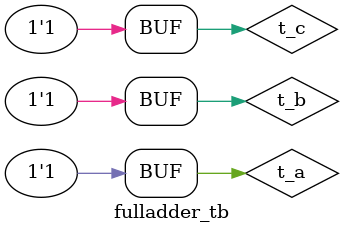
<source format=v>
module fulladder(a,b,cin,s,cout);
    input a,b,cin;
    output s,cout;
    assign s = (a^b)^cin;
    assign cout = (a&b)|(b&cin)|(a&cin);
endmodule

module fulladder_tb;
    wire t_s,t_cout;
    reg t_a,t_b, t_c;
    fulladder test(.a(t_a),.b(t_b),.cin(t_c),.s(t_s), .cout(t_cout));
    initial begin
    $monitor(t_a, t_b,t_c, " ", t_s, t_cout);
    t_a=1'b0;
    t_b=1'b0;
    t_c =1'b0;
    #5
    t_a=1'b0;
    t_b=1'b0;
    t_c =1'b1;
    #5
    t_a=1'b0;
    t_b=1'b1;
    t_c =1'b0;
    #5
    t_a=1'b0;
    t_b=1'b1;
    t_c =1'b1;
    #5
    t_a=1'b1;
    t_b=1'b0;
    t_c =1'b0;
    #5
    t_a=1'b1;
    t_b=1'b0;
    t_c =1'b1;
    #5
    t_a=1'b1;
    t_b=1'b1;
    t_c =1'b0;
    #5
    t_a=1'b1;
    t_b=1'b1;
    t_c =1'b1;
    end
endmodule

</source>
